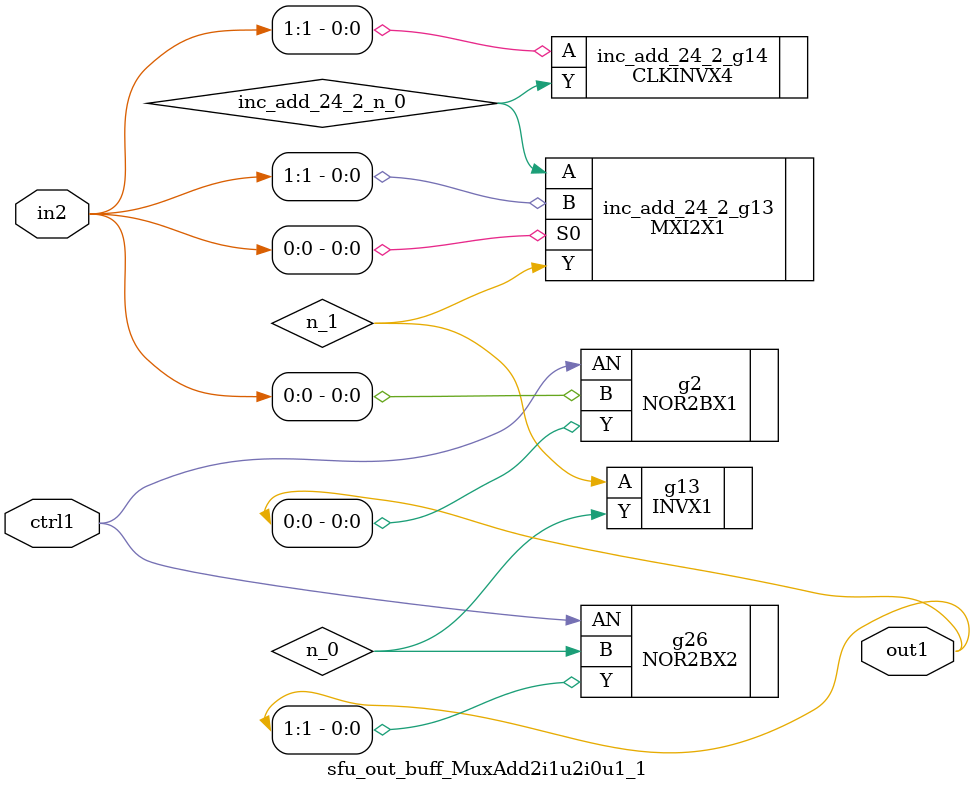
<source format=v>
`timescale 1ps / 1ps


module sfu_out_buff_MuxAdd2i1u2i0u1_1(in2, ctrl1, out1);
  input [1:0] in2;
  input ctrl1;
  output [1:0] out1;
  wire [1:0] in2;
  wire ctrl1;
  wire [1:0] out1;
  wire inc_add_24_2_n_0, n_0, n_1;
  INVX1 g13(.A (n_1), .Y (n_0));
  NOR2BX2 g26(.AN (ctrl1), .B (n_0), .Y (out1[1]));
  NOR2BX1 g2(.AN (ctrl1), .B (in2[0]), .Y (out1[0]));
  MXI2X1 inc_add_24_2_g13(.A (inc_add_24_2_n_0), .B (in2[1]), .S0
       (in2[0]), .Y (n_1));
  CLKINVX4 inc_add_24_2_g14(.A (in2[1]), .Y (inc_add_24_2_n_0));
endmodule



</source>
